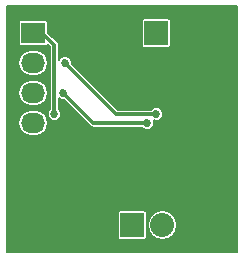
<source format=gbl>
G04 #@! TF.FileFunction,Copper,L2,Bot,Signal*
%FSLAX46Y46*%
G04 Gerber Fmt 4.6, Leading zero omitted, Abs format (unit mm)*
G04 Created by KiCad (PCBNEW (2015-05-26 BZR 5680)-product) date 2015 June 16, Tuesday 18:31:44*
%MOMM*%
G01*
G04 APERTURE LIST*
%ADD10C,0.100000*%
%ADD11R,2.032000X2.032000*%
%ADD12O,2.032000X2.032000*%
%ADD13R,2.032000X1.727200*%
%ADD14O,2.032000X1.727200*%
%ADD15C,0.685800*%
%ADD16C,0.152400*%
%ADD17C,0.304800*%
G04 APERTURE END LIST*
D10*
D11*
X161036000Y-82804000D03*
D12*
X158496000Y-82804000D03*
D13*
X150622000Y-82804000D03*
D14*
X150622000Y-85344000D03*
X150622000Y-87884000D03*
X150622000Y-90424000D03*
D11*
X159004000Y-99060000D03*
D12*
X161544000Y-99060000D03*
D15*
X149860000Y-100330000D03*
X156210000Y-97790000D03*
X156210000Y-99060000D03*
X156210000Y-100330000D03*
X154940000Y-100330000D03*
X154940000Y-99060000D03*
X154940000Y-97790000D03*
X154940000Y-96520000D03*
X154940000Y-95250000D03*
X153670000Y-95250000D03*
X152400000Y-95250000D03*
X152400000Y-93980000D03*
X152400000Y-92710000D03*
X151130000Y-92710000D03*
X149860000Y-92710000D03*
X149860000Y-93980000D03*
X151130000Y-93980000D03*
X151130000Y-95250000D03*
X149860000Y-95250000D03*
X149860000Y-96520000D03*
X151130000Y-96520000D03*
X152400000Y-96520000D03*
X153670000Y-96520000D03*
X153670000Y-97790000D03*
X152400000Y-97790000D03*
X151130000Y-97790000D03*
X149860000Y-97790000D03*
X149860000Y-99060000D03*
X151130000Y-99060000D03*
X152400000Y-99060000D03*
X153670000Y-99060000D03*
X153670000Y-100330000D03*
X152400000Y-100330000D03*
X151130000Y-100330000D03*
X156210000Y-95250000D03*
X156210000Y-96520000D03*
X157480000Y-96520000D03*
X160020000Y-95250000D03*
X160020000Y-93980000D03*
X160020000Y-92710000D03*
X163830000Y-100330000D03*
X163830000Y-99060000D03*
X163830000Y-97790000D03*
X163830000Y-96520000D03*
X165100000Y-96520000D03*
X165100000Y-97790000D03*
X165100000Y-99060000D03*
X165100000Y-100330000D03*
X166370000Y-100330000D03*
X166370000Y-99060000D03*
X166370000Y-97790000D03*
X166370000Y-96520000D03*
X166370000Y-90170000D03*
X165100000Y-90170000D03*
X165100000Y-88900000D03*
X166370000Y-88900000D03*
X156210000Y-81280000D03*
X154940000Y-81280000D03*
X153670000Y-81280000D03*
X152400000Y-82550000D03*
X153670000Y-82550000D03*
X154940000Y-82550000D03*
X156210000Y-82550000D03*
X156210000Y-83820000D03*
X154940000Y-83820000D03*
X153670000Y-83820000D03*
X154940000Y-85090000D03*
X156210000Y-85090000D03*
X156210000Y-86360000D03*
X157480000Y-86360000D03*
X157480000Y-85090000D03*
X158750000Y-85090000D03*
X160020000Y-85090000D03*
X163830000Y-83820000D03*
X163830000Y-82550000D03*
X163830000Y-81280000D03*
X165100000Y-81280000D03*
X165100000Y-82550000D03*
X165100000Y-83820000D03*
X165100000Y-85090000D03*
X166370000Y-85090000D03*
X166370000Y-83820000D03*
X166370000Y-82550000D03*
X166370000Y-81280000D03*
X152400000Y-89662000D03*
X161036000Y-89662000D03*
X153289000Y-85344000D03*
X160274000Y-90424000D03*
X153162000Y-87884000D03*
D16*
X156210000Y-97790000D02*
X156210000Y-99060000D01*
X156210000Y-100330000D02*
X154940000Y-100330000D01*
X154940000Y-99060000D02*
X154940000Y-97790000D01*
X154940000Y-96520000D02*
X154940000Y-95250000D01*
X153670000Y-95250000D02*
X152400000Y-95250000D01*
X152400000Y-93980000D02*
X152400000Y-92710000D01*
X151130000Y-92710000D02*
X149860000Y-92710000D01*
X149860000Y-93980000D02*
X151130000Y-93980000D01*
X151130000Y-95250000D02*
X149860000Y-95250000D01*
X149860000Y-96520000D02*
X151130000Y-96520000D01*
X152400000Y-96520000D02*
X153670000Y-96520000D01*
X153670000Y-97790000D02*
X152400000Y-97790000D01*
X151130000Y-97790000D02*
X149860000Y-97790000D01*
X149860000Y-99060000D02*
X151130000Y-99060000D01*
X152400000Y-99060000D02*
X153670000Y-99060000D01*
X153670000Y-100330000D02*
X152400000Y-100330000D01*
X149860000Y-100330000D02*
X151130000Y-100330000D01*
X156210000Y-95250000D02*
X156210000Y-96520000D01*
X157480000Y-96520000D02*
X158750000Y-95250000D01*
X158750000Y-95250000D02*
X160020000Y-95250000D01*
X160020000Y-93980000D02*
X160020000Y-92710000D01*
D17*
X163830000Y-99060000D02*
X163830000Y-100330000D01*
X163830000Y-96520000D02*
X163830000Y-97790000D01*
X165100000Y-97790000D02*
X165100000Y-96520000D01*
X165100000Y-100330000D02*
X165100000Y-99060000D01*
X166370000Y-99060000D02*
X166370000Y-100330000D01*
X166370000Y-96520000D02*
X166370000Y-97790000D01*
X165100000Y-90170000D02*
X166370000Y-90170000D01*
X166370000Y-88900000D02*
X165100000Y-88900000D01*
X156210000Y-81280000D02*
X154940000Y-81280000D01*
X153670000Y-81280000D02*
X152400000Y-82550000D01*
X153670000Y-82550000D02*
X154940000Y-82550000D01*
X156210000Y-82550000D02*
X156210000Y-83820000D01*
X154940000Y-83820000D02*
X153670000Y-83820000D01*
X154940000Y-85090000D02*
X156210000Y-85090000D01*
X156210000Y-86360000D02*
X157480000Y-86360000D01*
X157480000Y-85090000D02*
X158750000Y-85090000D01*
X160020000Y-85090000D02*
X162560000Y-85090000D01*
X162560000Y-85090000D02*
X163830000Y-83820000D01*
X163830000Y-82550000D02*
X163830000Y-81280000D01*
X165100000Y-81280000D02*
X165100000Y-82550000D01*
X165100000Y-83820000D02*
X165100000Y-85090000D01*
X166370000Y-85090000D02*
X166370000Y-83820000D01*
X166370000Y-82550000D02*
X166370000Y-81280000D01*
X150622000Y-82804000D02*
X151384000Y-82804000D01*
X151384000Y-82804000D02*
X152400000Y-83820000D01*
X152400000Y-83820000D02*
X152400000Y-89662000D01*
X157607000Y-89662000D02*
X161036000Y-89662000D01*
X153289000Y-85344000D02*
X157607000Y-89662000D01*
X155702000Y-90424000D02*
X160274000Y-90424000D01*
X153162000Y-87884000D02*
X155702000Y-90424000D01*
D16*
G36*
X167869400Y-101321400D02*
X162788600Y-101321400D01*
X162788600Y-99084383D01*
X162788600Y-99035617D01*
X162693860Y-98559329D01*
X162424065Y-98155552D01*
X162285079Y-98062684D01*
X162285079Y-83820000D01*
X162285079Y-81788000D01*
X162268167Y-81700836D01*
X162217842Y-81624226D01*
X162141871Y-81572944D01*
X162052000Y-81554921D01*
X160020000Y-81554921D01*
X159932836Y-81571833D01*
X159856226Y-81622158D01*
X159804944Y-81698129D01*
X159786921Y-81788000D01*
X159786921Y-83820000D01*
X159803833Y-83907164D01*
X159854158Y-83983774D01*
X159930129Y-84035056D01*
X160020000Y-84053079D01*
X162052000Y-84053079D01*
X162139164Y-84036167D01*
X162215774Y-83985842D01*
X162267056Y-83909871D01*
X162285079Y-83820000D01*
X162285079Y-98062684D01*
X162020288Y-97885757D01*
X161607599Y-97803667D01*
X161607599Y-89548820D01*
X161520776Y-89338694D01*
X161360151Y-89177789D01*
X161150177Y-89090600D01*
X160922820Y-89090401D01*
X160712694Y-89177224D01*
X160608737Y-89281000D01*
X157764816Y-89281000D01*
X153860471Y-85376655D01*
X153860599Y-85230820D01*
X153773776Y-85020694D01*
X153613151Y-84859789D01*
X153403177Y-84772600D01*
X153175820Y-84772401D01*
X152965694Y-84859224D01*
X152804789Y-85019849D01*
X152781000Y-85077139D01*
X152781000Y-83820000D01*
X152751998Y-83674198D01*
X152751998Y-83674197D01*
X152669408Y-83550592D01*
X151871079Y-82752263D01*
X151871079Y-81940400D01*
X151854167Y-81853236D01*
X151803842Y-81776626D01*
X151727871Y-81725344D01*
X151638000Y-81707321D01*
X149606000Y-81707321D01*
X149518836Y-81724233D01*
X149442226Y-81774558D01*
X149390944Y-81850529D01*
X149372921Y-81940400D01*
X149372921Y-83667600D01*
X149389833Y-83754764D01*
X149440158Y-83831374D01*
X149516129Y-83882656D01*
X149606000Y-83900679D01*
X151638000Y-83900679D01*
X151725164Y-83883767D01*
X151801774Y-83833442D01*
X151831132Y-83789948D01*
X152019000Y-83977816D01*
X152019000Y-89234817D01*
X151915789Y-89337849D01*
X151890983Y-89397588D01*
X151890983Y-87884000D01*
X151890983Y-85344000D01*
X151807844Y-84926033D01*
X151571085Y-84571698D01*
X151216750Y-84334939D01*
X150798783Y-84251800D01*
X150445217Y-84251800D01*
X150027250Y-84334939D01*
X149672915Y-84571698D01*
X149436156Y-84926033D01*
X149353017Y-85344000D01*
X149436156Y-85761967D01*
X149672915Y-86116302D01*
X150027250Y-86353061D01*
X150445217Y-86436200D01*
X150798783Y-86436200D01*
X151216750Y-86353061D01*
X151571085Y-86116302D01*
X151807844Y-85761967D01*
X151890983Y-85344000D01*
X151890983Y-87884000D01*
X151807844Y-87466033D01*
X151571085Y-87111698D01*
X151216750Y-86874939D01*
X150798783Y-86791800D01*
X150445217Y-86791800D01*
X150027250Y-86874939D01*
X149672915Y-87111698D01*
X149436156Y-87466033D01*
X149353017Y-87884000D01*
X149436156Y-88301967D01*
X149672915Y-88656302D01*
X150027250Y-88893061D01*
X150445217Y-88976200D01*
X150798783Y-88976200D01*
X151216750Y-88893061D01*
X151571085Y-88656302D01*
X151807844Y-88301967D01*
X151890983Y-87884000D01*
X151890983Y-89397588D01*
X151828600Y-89547823D01*
X151828401Y-89775180D01*
X151915224Y-89985306D01*
X152075849Y-90146211D01*
X152285823Y-90233400D01*
X152513180Y-90233599D01*
X152723306Y-90146776D01*
X152884211Y-89986151D01*
X152971400Y-89776177D01*
X152971599Y-89548820D01*
X152884776Y-89338694D01*
X152781000Y-89234737D01*
X152781000Y-88311262D01*
X152837849Y-88368211D01*
X153047823Y-88455400D01*
X153194712Y-88455528D01*
X155432589Y-90693404D01*
X155432592Y-90693408D01*
X155556197Y-90775997D01*
X155556198Y-90775998D01*
X155702000Y-90805000D01*
X159846817Y-90805000D01*
X159949849Y-90908211D01*
X160159823Y-90995400D01*
X160387180Y-90995599D01*
X160597306Y-90908776D01*
X160758211Y-90748151D01*
X160845400Y-90538177D01*
X160845599Y-90310820D01*
X160791197Y-90179159D01*
X160921823Y-90233400D01*
X161149180Y-90233599D01*
X161359306Y-90146776D01*
X161520211Y-89986151D01*
X161607400Y-89776177D01*
X161607599Y-89548820D01*
X161607599Y-97803667D01*
X161544000Y-97791017D01*
X161067712Y-97885757D01*
X160663935Y-98155552D01*
X160394140Y-98559329D01*
X160299400Y-99035617D01*
X160299400Y-99084383D01*
X160394140Y-99560671D01*
X160663935Y-99964448D01*
X161067712Y-100234243D01*
X161544000Y-100328983D01*
X162020288Y-100234243D01*
X162424065Y-99964448D01*
X162693860Y-99560671D01*
X162788600Y-99084383D01*
X162788600Y-101321400D01*
X160253079Y-101321400D01*
X160253079Y-100076000D01*
X160253079Y-98044000D01*
X160236167Y-97956836D01*
X160185842Y-97880226D01*
X160109871Y-97828944D01*
X160020000Y-97810921D01*
X157988000Y-97810921D01*
X157900836Y-97827833D01*
X157824226Y-97878158D01*
X157772944Y-97954129D01*
X157754921Y-98044000D01*
X157754921Y-100076000D01*
X157771833Y-100163164D01*
X157822158Y-100239774D01*
X157898129Y-100291056D01*
X157988000Y-100309079D01*
X160020000Y-100309079D01*
X160107164Y-100292167D01*
X160183774Y-100241842D01*
X160235056Y-100165871D01*
X160253079Y-100076000D01*
X160253079Y-101321400D01*
X151890983Y-101321400D01*
X151890983Y-90424000D01*
X151807844Y-90006033D01*
X151571085Y-89651698D01*
X151216750Y-89414939D01*
X150798783Y-89331800D01*
X150445217Y-89331800D01*
X150027250Y-89414939D01*
X149672915Y-89651698D01*
X149436156Y-90006033D01*
X149353017Y-90424000D01*
X149436156Y-90841967D01*
X149672915Y-91196302D01*
X150027250Y-91433061D01*
X150445217Y-91516200D01*
X150798783Y-91516200D01*
X151216750Y-91433061D01*
X151571085Y-91196302D01*
X151807844Y-90841967D01*
X151890983Y-90424000D01*
X151890983Y-101321400D01*
X148360600Y-101321400D01*
X148360600Y-80542600D01*
X167869400Y-80542600D01*
X167869400Y-101321400D01*
X167869400Y-101321400D01*
G37*
X167869400Y-101321400D02*
X162788600Y-101321400D01*
X162788600Y-99084383D01*
X162788600Y-99035617D01*
X162693860Y-98559329D01*
X162424065Y-98155552D01*
X162285079Y-98062684D01*
X162285079Y-83820000D01*
X162285079Y-81788000D01*
X162268167Y-81700836D01*
X162217842Y-81624226D01*
X162141871Y-81572944D01*
X162052000Y-81554921D01*
X160020000Y-81554921D01*
X159932836Y-81571833D01*
X159856226Y-81622158D01*
X159804944Y-81698129D01*
X159786921Y-81788000D01*
X159786921Y-83820000D01*
X159803833Y-83907164D01*
X159854158Y-83983774D01*
X159930129Y-84035056D01*
X160020000Y-84053079D01*
X162052000Y-84053079D01*
X162139164Y-84036167D01*
X162215774Y-83985842D01*
X162267056Y-83909871D01*
X162285079Y-83820000D01*
X162285079Y-98062684D01*
X162020288Y-97885757D01*
X161607599Y-97803667D01*
X161607599Y-89548820D01*
X161520776Y-89338694D01*
X161360151Y-89177789D01*
X161150177Y-89090600D01*
X160922820Y-89090401D01*
X160712694Y-89177224D01*
X160608737Y-89281000D01*
X157764816Y-89281000D01*
X153860471Y-85376655D01*
X153860599Y-85230820D01*
X153773776Y-85020694D01*
X153613151Y-84859789D01*
X153403177Y-84772600D01*
X153175820Y-84772401D01*
X152965694Y-84859224D01*
X152804789Y-85019849D01*
X152781000Y-85077139D01*
X152781000Y-83820000D01*
X152751998Y-83674198D01*
X152751998Y-83674197D01*
X152669408Y-83550592D01*
X151871079Y-82752263D01*
X151871079Y-81940400D01*
X151854167Y-81853236D01*
X151803842Y-81776626D01*
X151727871Y-81725344D01*
X151638000Y-81707321D01*
X149606000Y-81707321D01*
X149518836Y-81724233D01*
X149442226Y-81774558D01*
X149390944Y-81850529D01*
X149372921Y-81940400D01*
X149372921Y-83667600D01*
X149389833Y-83754764D01*
X149440158Y-83831374D01*
X149516129Y-83882656D01*
X149606000Y-83900679D01*
X151638000Y-83900679D01*
X151725164Y-83883767D01*
X151801774Y-83833442D01*
X151831132Y-83789948D01*
X152019000Y-83977816D01*
X152019000Y-89234817D01*
X151915789Y-89337849D01*
X151890983Y-89397588D01*
X151890983Y-87884000D01*
X151890983Y-85344000D01*
X151807844Y-84926033D01*
X151571085Y-84571698D01*
X151216750Y-84334939D01*
X150798783Y-84251800D01*
X150445217Y-84251800D01*
X150027250Y-84334939D01*
X149672915Y-84571698D01*
X149436156Y-84926033D01*
X149353017Y-85344000D01*
X149436156Y-85761967D01*
X149672915Y-86116302D01*
X150027250Y-86353061D01*
X150445217Y-86436200D01*
X150798783Y-86436200D01*
X151216750Y-86353061D01*
X151571085Y-86116302D01*
X151807844Y-85761967D01*
X151890983Y-85344000D01*
X151890983Y-87884000D01*
X151807844Y-87466033D01*
X151571085Y-87111698D01*
X151216750Y-86874939D01*
X150798783Y-86791800D01*
X150445217Y-86791800D01*
X150027250Y-86874939D01*
X149672915Y-87111698D01*
X149436156Y-87466033D01*
X149353017Y-87884000D01*
X149436156Y-88301967D01*
X149672915Y-88656302D01*
X150027250Y-88893061D01*
X150445217Y-88976200D01*
X150798783Y-88976200D01*
X151216750Y-88893061D01*
X151571085Y-88656302D01*
X151807844Y-88301967D01*
X151890983Y-87884000D01*
X151890983Y-89397588D01*
X151828600Y-89547823D01*
X151828401Y-89775180D01*
X151915224Y-89985306D01*
X152075849Y-90146211D01*
X152285823Y-90233400D01*
X152513180Y-90233599D01*
X152723306Y-90146776D01*
X152884211Y-89986151D01*
X152971400Y-89776177D01*
X152971599Y-89548820D01*
X152884776Y-89338694D01*
X152781000Y-89234737D01*
X152781000Y-88311262D01*
X152837849Y-88368211D01*
X153047823Y-88455400D01*
X153194712Y-88455528D01*
X155432589Y-90693404D01*
X155432592Y-90693408D01*
X155556197Y-90775997D01*
X155556198Y-90775998D01*
X155702000Y-90805000D01*
X159846817Y-90805000D01*
X159949849Y-90908211D01*
X160159823Y-90995400D01*
X160387180Y-90995599D01*
X160597306Y-90908776D01*
X160758211Y-90748151D01*
X160845400Y-90538177D01*
X160845599Y-90310820D01*
X160791197Y-90179159D01*
X160921823Y-90233400D01*
X161149180Y-90233599D01*
X161359306Y-90146776D01*
X161520211Y-89986151D01*
X161607400Y-89776177D01*
X161607599Y-89548820D01*
X161607599Y-97803667D01*
X161544000Y-97791017D01*
X161067712Y-97885757D01*
X160663935Y-98155552D01*
X160394140Y-98559329D01*
X160299400Y-99035617D01*
X160299400Y-99084383D01*
X160394140Y-99560671D01*
X160663935Y-99964448D01*
X161067712Y-100234243D01*
X161544000Y-100328983D01*
X162020288Y-100234243D01*
X162424065Y-99964448D01*
X162693860Y-99560671D01*
X162788600Y-99084383D01*
X162788600Y-101321400D01*
X160253079Y-101321400D01*
X160253079Y-100076000D01*
X160253079Y-98044000D01*
X160236167Y-97956836D01*
X160185842Y-97880226D01*
X160109871Y-97828944D01*
X160020000Y-97810921D01*
X157988000Y-97810921D01*
X157900836Y-97827833D01*
X157824226Y-97878158D01*
X157772944Y-97954129D01*
X157754921Y-98044000D01*
X157754921Y-100076000D01*
X157771833Y-100163164D01*
X157822158Y-100239774D01*
X157898129Y-100291056D01*
X157988000Y-100309079D01*
X160020000Y-100309079D01*
X160107164Y-100292167D01*
X160183774Y-100241842D01*
X160235056Y-100165871D01*
X160253079Y-100076000D01*
X160253079Y-101321400D01*
X151890983Y-101321400D01*
X151890983Y-90424000D01*
X151807844Y-90006033D01*
X151571085Y-89651698D01*
X151216750Y-89414939D01*
X150798783Y-89331800D01*
X150445217Y-89331800D01*
X150027250Y-89414939D01*
X149672915Y-89651698D01*
X149436156Y-90006033D01*
X149353017Y-90424000D01*
X149436156Y-90841967D01*
X149672915Y-91196302D01*
X150027250Y-91433061D01*
X150445217Y-91516200D01*
X150798783Y-91516200D01*
X151216750Y-91433061D01*
X151571085Y-91196302D01*
X151807844Y-90841967D01*
X151890983Y-90424000D01*
X151890983Y-101321400D01*
X148360600Y-101321400D01*
X148360600Y-80542600D01*
X167869400Y-80542600D01*
X167869400Y-101321400D01*
M02*

</source>
